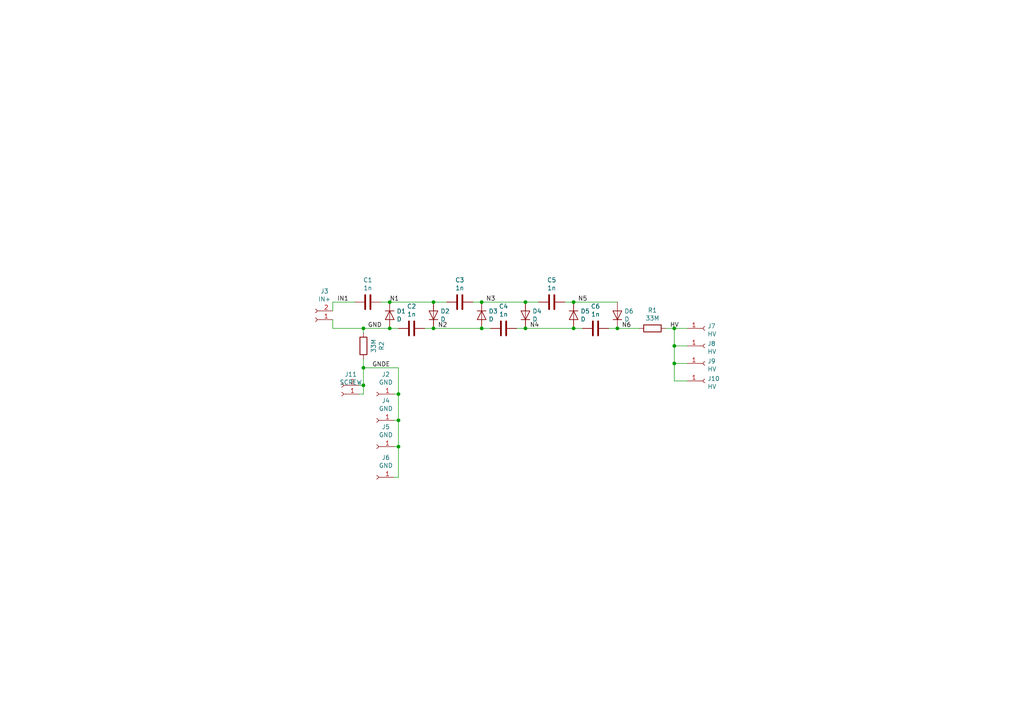
<source format=kicad_sch>
(kicad_sch (version 20211123) (generator eeschema)
  (paper "A4")
  (lib_symbols
    (symbol "Connector:Conn_01x01_Female" (pin_names (offset 1.016) hide)
      (property "Reference" "J" (at 0 2.54 0))
      (property "Value" "Conn_01x01_Female" (at 0 -2.54 0))
      (symbol "Conn_01x01_Female_1_1"
        (polyline (pts (xy -1.27 0) (xy -0.508 0)) (stroke (width 0.1524)))
        (arc (start 0 0.508) (mid -0.508 0) (end 0 -0.508) (stroke (width 0.1524)))
        (pin passive line (at -5.08 0 0) (length 3.81) (name "Pin_1") (number "1"))
      )
    )
    (symbol "Connector:Conn_01x02_Female" (pin_names (offset 1.016) hide)
      (property "Reference" "J" (at 0 2.54 0))
      (property "Value" "Conn_01x02_Female" (at 0 -5.08 0))
      (symbol "Conn_01x02_Female_1_1"
        (arc (start 0 -2.032) (mid -0.508 -2.54) (end 0 -3.048) (stroke (width 0.1524)))
        (polyline (pts (xy -1.27 -2.54) (xy -0.508 -2.54)) (stroke (width 0.1524)))
        (polyline (pts (xy -1.27 0) (xy -0.508 0)) (stroke (width 0.1524)))
        (arc (start 0 0.508) (mid -0.508 0) (end 0 -0.508) (stroke (width 0.1524)))
        (pin passive line (at -5.08 0 0) (length 3.81) (name "Pin_1") (number "1"))
        (pin passive line (at -5.08 -2.54 0) (length 3.81) (name "Pin_2") (number "2"))
      )
    )
    (symbol "Device:C" (pin_numbers hide) (pin_names (offset 0.254))
      (property "Reference" "C" (at 0.635 2.54 0))
      (property "Value" "C" (at 0.635 -2.54 0))
      (symbol "C_0_1"
        (polyline (pts (xy -2.032 -0.762) (xy 2.032 -0.762)) (stroke (width 0.508)))
        (polyline (pts (xy -2.032 0.762) (xy 2.032 0.762)) (stroke (width 0.508)))
      )
      (symbol "C_1_1"
        (pin passive line (at 0 3.81 270) (length 2.794) (name "~") (number "1"))
        (pin passive line (at 0 -3.81 90) (length 2.794) (name "~") (number "2"))
      )
    )
    (symbol "Device:D" (pin_numbers hide) (pin_names (offset 1.016) hide)
      (property "Reference" "D" (at 0 2.54 0))
      (property "Value" "D" (at 0 -2.54 0))
      (symbol "D_0_1"
        (polyline (pts (xy -1.27 1.27) (xy -1.27 -1.27)) (stroke (width 0.2032)))
        (polyline (pts (xy 1.27 0) (xy -1.27 0)))
        (polyline (pts (xy 1.27 1.27) (xy 1.27 -1.27) (xy -1.27 0) (xy 1.27 1.27)) (stroke (width 0.2032)))
      )
      (symbol "D_1_1"
        (pin passive line (at -3.81 0 0) (length 2.54) (name "K") (number "1"))
        (pin passive line (at 3.81 0 180) (length 2.54) (name "A") (number "2"))
      )
    )
    (symbol "Device:R" (pin_numbers hide) (pin_names (offset 0))
      (property "Reference" "R" (at 2.032 0 90))
      (property "Value" "R" (at 0 0 90))
      (symbol "R_0_1"
        (rectangle (start -1.016 -2.54) (end 1.016 2.54) (stroke (width 0.254)))
      )
      (symbol "R_1_1"
        (pin passive line (at 0 3.81 270) (length 1.27) (name "~") (number "1"))
        (pin passive line (at 0 -3.81 90) (length 1.27) (name "~") (number "2"))
      )
    )
  )
  (junction (at 105.41 106.68))
  (junction (at 152.4 87.63))
  (junction (at 152.4 95.25))
  (junction (at 166.37 87.63))
  (junction (at 113.03 87.63))
  (junction (at 125.73 87.63))
  (junction (at 115.57 121.92))
  (junction (at 115.57 129.54))
  (junction (at 195.58 95.25))
  (junction (at 125.73 95.25))
  (junction (at 139.7 87.63))
  (junction (at 105.41 111.76))
  (junction (at 105.41 95.25))
  (junction (at 113.03 95.25))
  (junction (at 166.37 95.25))
  (junction (at 179.07 95.25))
  (junction (at 195.58 100.33))
  (junction (at 115.57 114.3))
  (junction (at 195.58 105.41))
  (junction (at 139.7 95.25))
  (wire (pts (xy 115.57 95.25) (xy 113.03 95.25)))
  (wire (pts (xy 179.07 95.25) (xy 176.53 95.25)))
  (wire (pts (xy 96.52 90.17) (xy 96.52 87.63)))
  (wire (pts (xy 195.58 95.25) (xy 199.39 95.25)))
  (wire (pts (xy 115.57 129.54) (xy 115.57 138.43)))
  (wire (pts (xy 102.87 87.63) (xy 96.52 87.63)))
  (wire (pts (xy 152.4 87.63) (xy 156.21 87.63)))
  (wire (pts (xy 105.41 96.52) (xy 105.41 95.25)))
  (wire (pts (xy 105.41 104.14) (xy 105.41 106.68)))
  (wire (pts (xy 96.52 95.25) (xy 105.41 95.25)))
  (wire (pts (xy 199.39 110.49) (xy 195.58 110.49)))
  (wire (pts (xy 105.41 95.25) (xy 113.03 95.25)))
  (wire (pts (xy 139.7 87.63) (xy 152.4 87.63)))
  (wire (pts (xy 114.3 138.43) (xy 115.57 138.43)))
  (wire (pts (xy 199.39 105.41) (xy 195.58 105.41)))
  (wire (pts (xy 142.24 95.25) (xy 139.7 95.25)))
  (wire (pts (xy 114.3 121.92) (xy 115.57 121.92)))
  (wire (pts (xy 115.57 121.92) (xy 115.57 129.54)))
  (wire (pts (xy 195.58 100.33) (xy 195.58 95.25)))
  (wire (pts (xy 125.73 95.25) (xy 123.19 95.25)))
  (wire (pts (xy 195.58 110.49) (xy 195.58 105.41)))
  (wire (pts (xy 105.41 111.76) (xy 105.41 114.3)))
  (wire (pts (xy 104.14 111.76) (xy 105.41 111.76)))
  (wire (pts (xy 96.52 92.71) (xy 96.52 95.25)))
  (wire (pts (xy 163.83 87.63) (xy 166.37 87.63)))
  (wire (pts (xy 168.91 95.25) (xy 166.37 95.25)))
  (wire (pts (xy 193.04 95.25) (xy 195.58 95.25)))
  (wire (pts (xy 113.03 87.63) (xy 125.73 87.63)))
  (wire (pts (xy 137.16 87.63) (xy 139.7 87.63)))
  (wire (pts (xy 105.41 106.68) (xy 105.41 111.76)))
  (wire (pts (xy 115.57 106.68) (xy 115.57 114.3)))
  (wire (pts (xy 115.57 114.3) (xy 114.3 114.3)))
  (wire (pts (xy 114.3 129.54) (xy 115.57 129.54)))
  (wire (pts (xy 125.73 95.25) (xy 139.7 95.25)))
  (wire (pts (xy 125.73 87.63) (xy 129.54 87.63)))
  (wire (pts (xy 104.14 114.3) (xy 105.41 114.3)))
  (wire (pts (xy 179.07 95.25) (xy 185.42 95.25)))
  (wire (pts (xy 115.57 106.68) (xy 105.41 106.68)))
  (wire (pts (xy 166.37 87.63) (xy 179.07 87.63)))
  (wire (pts (xy 152.4 95.25) (xy 149.86 95.25)))
  (wire (pts (xy 199.39 100.33) (xy 195.58 100.33)))
  (wire (pts (xy 110.49 87.63) (xy 113.03 87.63)))
  (wire (pts (xy 115.57 114.3) (xy 115.57 121.92)))
  (wire (pts (xy 152.4 95.25) (xy 166.37 95.25)))
  (wire (pts (xy 195.58 105.41) (xy 195.58 100.33)))
  (label "N5" (at 167.64 87.63 0))
  (label "N6" (at 180.34 95.25 0))
  (label "GND" (at 106.68 95.25 0))
  (label "N4" (at 153.67 95.25 0))
  (label "N3" (at 140.97 87.63 0))
  (label "GNDE" (at 107.95 106.68 0))
  (label "IN1" (at 97.79 87.63 0))
  (label "HV" (at 194.31 95.25 0))
  (label "N1" (at 113.03 87.63 0))
  (label "N2" (at 127 95.25 0))
  (symbol (lib_id "Device:C") (at 106.68 87.63 270) (unit 1)
    (property "Reference" "C1" (at 106.68 81.2292 90))
    (property "Value" "1n" (at 106.68 83.5406 90))
    (property "Footprint" "Capacitor_SMD:C_1812_4532Metric" (effects hide))
  )
  (symbol (lib_id "Device:D") (at 113.03 91.44 270) (unit 1)
    (property "Reference" "D1" (at 115.0366 90.2716 90) (effects (justify left)))
    (property "Value" "D" (at 115.0366 92.583 90) (effects (justify left)))
    (property "Footprint" "otter:SMAF" (effects hide))
  )
  (symbol (lib_id "Device:R") (at 189.23 95.25 270) (unit 1)
    (property "Reference" "R1" (at 189.23 89.9922 90))
    (property "Value" "33M" (at 189.23 92.3036 90))
    (property "Footprint" "Resistor_SMD:R_2512_6332Metric" (effects hide))
  )
  (symbol (lib_id "Device:C") (at 119.38 95.25 270) (unit 1)
    (property "Reference" "C2" (at 119.38 88.8492 90))
    (property "Value" "1n" (at 119.38 91.1606 90))
    (property "Footprint" "Capacitor_SMD:C_1812_4532Metric" (effects hide))
  )
  (symbol (lib_id "Device:D") (at 125.73 91.44 90) (unit 1)
    (property "Reference" "D2" (at 127.7366 90.2716 90) (effects (justify right)))
    (property "Value" "D" (at 127.7366 92.583 90) (effects (justify right)))
    (property "Footprint" "otter:SMAF" (effects hide))
  )
  (symbol (lib_id "Device:C") (at 133.35 87.63 270) (unit 1)
    (property "Reference" "C3" (at 133.35 81.2292 90))
    (property "Value" "1n" (at 133.35 83.5406 90))
    (property "Footprint" "Capacitor_SMD:C_1812_4532Metric" (effects hide))
  )
  (symbol (lib_id "Device:D") (at 139.7 91.44 270) (unit 1)
    (property "Reference" "D3" (at 141.7066 90.2716 90) (effects (justify left)))
    (property "Value" "D" (at 141.7066 92.583 90) (effects (justify left)))
    (property "Footprint" "otter:SMAF" (effects hide))
  )
  (symbol (lib_id "Device:C") (at 146.05 95.25 270) (unit 1)
    (property "Reference" "C4" (at 146.05 88.8492 90))
    (property "Value" "1n" (at 146.05 91.1606 90))
    (property "Footprint" "Capacitor_SMD:C_1812_4532Metric" (effects hide))
  )
  (symbol (lib_id "Device:D") (at 152.4 91.44 90) (unit 1)
    (property "Reference" "D4" (at 154.4066 90.2716 90) (effects (justify right)))
    (property "Value" "D" (at 154.4066 92.583 90) (effects (justify right)))
    (property "Footprint" "otter:SMAF" (effects hide))
  )
  (symbol (lib_id "Device:C") (at 160.02 87.63 270) (unit 1)
    (property "Reference" "C5" (at 160.02 81.2292 90))
    (property "Value" "1n" (at 160.02 83.5406 90))
    (property "Footprint" "Capacitor_SMD:C_1812_4532Metric" (effects hide))
  )
  (symbol (lib_id "Device:D") (at 166.37 91.44 270) (unit 1)
    (property "Reference" "D5" (at 168.3766 90.2716 90) (effects (justify left)))
    (property "Value" "D" (at 168.3766 92.583 90) (effects (justify left)))
    (property "Footprint" "otter:SMAF" (effects hide))
  )
  (symbol (lib_id "Device:C") (at 172.72 95.25 270) (unit 1)
    (property "Reference" "C6" (at 172.72 88.8492 90))
    (property "Value" "1n" (at 172.72 91.1606 90))
    (property "Footprint" "Capacitor_SMD:C_1812_4532Metric" (effects hide))
  )
  (symbol (lib_id "Device:D") (at 179.07 91.44 90) (unit 1)
    (property "Reference" "D6" (at 181.0766 90.2716 90) (effects (justify right)))
    (property "Value" "D" (at 181.0766 92.583 90) (effects (justify right)))
    (property "Footprint" "otter:SMAF" (effects hide))
  )
  (symbol (lib_id "Connector:Conn_01x01_Female") (at 109.22 114.3 180) (unit 1)
    (property "Reference" "J2" (at 111.9124 108.585 0))
    (property "Value" "GND" (at 111.9124 110.8964 0))
    (property "Footprint" "TestPoint:TestPoint_Pad_4.0x4.0mm" (effects hide))
  )
  (symbol (lib_id "Connector:Conn_01x01_Female") (at 204.47 100.33 0) (unit 1)
    (property "Reference" "J8" (at 205.1812 99.6696 0) (effects (justify left)))
    (property "Value" "HV" (at 205.1812 101.981 0) (effects (justify left)))
    (property "Footprint" "TestPoint:TestPoint_Pad_4.0x4.0mm" (effects hide))
  )
  (symbol (lib_id "Connector:Conn_01x01_Female") (at 204.47 95.25 0) (unit 1)
    (property "Reference" "J7" (at 205.1812 94.5896 0) (effects (justify left)))
    (property "Value" "HV" (at 205.1812 96.901 0) (effects (justify left)))
    (property "Footprint" "TestPoint:TestPoint_Pad_4.0x4.0mm" (effects hide))
  )
  (symbol (lib_id "Connector:Conn_01x01_Female") (at 204.47 105.41 0) (unit 1)
    (property "Reference" "J9" (at 205.1812 104.7496 0) (effects (justify left)))
    (property "Value" "HV" (at 205.1812 107.061 0) (effects (justify left)))
    (property "Footprint" "TestPoint:TestPoint_Pad_4.0x4.0mm" (effects hide))
  )
  (symbol (lib_id "Connector:Conn_01x01_Female") (at 204.47 110.49 0) (unit 1)
    (property "Reference" "J10" (at 205.1812 109.8296 0) (effects (justify left)))
    (property "Value" "HV" (at 205.1812 112.141 0) (effects (justify left)))
    (property "Footprint" "TestPoint:TestPoint_Pad_4.0x4.0mm" (effects hide))
  )
  (symbol (lib_id "Connector:Conn_01x01_Female") (at 109.22 121.92 180) (unit 1)
    (property "Reference" "J4" (at 111.9124 116.205 0))
    (property "Value" "GND" (at 111.9124 118.5164 0))
    (property "Footprint" "TestPoint:TestPoint_Pad_4.0x4.0mm" (effects hide))
  )
  (symbol (lib_id "Connector:Conn_01x01_Female") (at 109.22 129.54 180) (unit 1)
    (property "Reference" "J5" (at 111.9124 123.825 0))
    (property "Value" "GND" (at 111.9124 126.1364 0))
    (property "Footprint" "TestPoint:TestPoint_Pad_4.0x4.0mm" (effects hide))
  )
  (symbol (lib_id "Connector:Conn_01x01_Female") (at 109.22 138.43 180) (unit 1)
    (property "Reference" "J6" (at 111.9124 132.715 0))
    (property "Value" "GND" (at 111.9124 135.0264 0))
    (property "Footprint" "TestPoint:TestPoint_Pad_4.0x4.0mm" (effects hide))
  )
  (symbol (lib_id "Connector:Conn_01x02_Female") (at 99.06 114.3 180) (unit 1)
    (property "Reference" "J11" (at 101.7524 108.585 0))
    (property "Value" "SCREW" (at 101.7524 110.8964 0))
    (property "Footprint" "otter:M3_Screw" (effects hide))
  )
  (symbol (lib_id "Device:R") (at 105.41 100.33 180) (unit 1)
    (property "Reference" "R2" (at 110.6678 100.33 90))
    (property "Value" "33M" (at 108.3564 100.33 90))
    (property "Footprint" "Resistor_SMD:R_2512_6332Metric" (effects hide))
  )
  (symbol (lib_id "Connector:Conn_01x02_Female") (at 91.44 92.71 180) (unit 1)
    (property "Reference" "J3" (at 94.1324 84.455 0))
    (property "Value" "IN+" (at 94.1324 86.7664 0))
    (property "Footprint" "otter:LED_Connector" (effects hide))
  )
)
</source>
